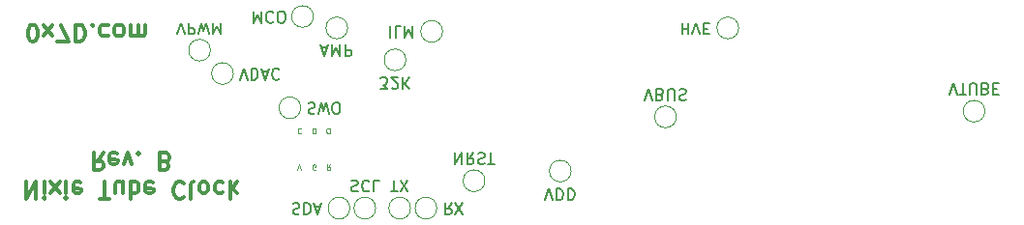
<source format=gbr>
G04 #@! TF.GenerationSoftware,KiCad,Pcbnew,(5.0.2)-1*
G04 #@! TF.CreationDate,2019-02-15T14:25:46-08:00*
G04 #@! TF.ProjectId,nixie_bottom_board,6e697869-655f-4626-9f74-746f6d5f626f,rev?*
G04 #@! TF.SameCoordinates,Original*
G04 #@! TF.FileFunction,Legend,Bot*
G04 #@! TF.FilePolarity,Positive*
%FSLAX46Y46*%
G04 Gerber Fmt 4.6, Leading zero omitted, Abs format (unit mm)*
G04 Created by KiCad (PCBNEW (5.0.2)-1) date 2/15/2019 2:25:46 PM*
%MOMM*%
%LPD*%
G01*
G04 APERTURE LIST*
%ADD10C,0.200000*%
%ADD11C,0.100000*%
%ADD12C,0.300000*%
%ADD13C,0.120000*%
G04 APERTURE END LIST*
D10*
X139238095Y-106947619D02*
X139809523Y-106947619D01*
X139523809Y-105947619D02*
X139523809Y-106947619D01*
X140047619Y-106947619D02*
X140714285Y-105947619D01*
X140714285Y-106947619D02*
X140047619Y-105947619D01*
X144539523Y-107947619D02*
X144206190Y-108423809D01*
X143968095Y-107947619D02*
X143968095Y-108947619D01*
X144349047Y-108947619D01*
X144444285Y-108900000D01*
X144491904Y-108852380D01*
X144539523Y-108757142D01*
X144539523Y-108614285D01*
X144491904Y-108519047D01*
X144444285Y-108471428D01*
X144349047Y-108423809D01*
X143968095Y-108423809D01*
X144872857Y-108947619D02*
X145539523Y-107947619D01*
X145539523Y-108947619D02*
X144872857Y-107947619D01*
X144857142Y-103547619D02*
X144857142Y-104547619D01*
X145428571Y-103547619D01*
X145428571Y-104547619D01*
X146476190Y-103547619D02*
X146142857Y-104023809D01*
X145904761Y-103547619D02*
X145904761Y-104547619D01*
X146285714Y-104547619D01*
X146380952Y-104500000D01*
X146428571Y-104452380D01*
X146476190Y-104357142D01*
X146476190Y-104214285D01*
X146428571Y-104119047D01*
X146380952Y-104071428D01*
X146285714Y-104023809D01*
X145904761Y-104023809D01*
X146857142Y-103595238D02*
X147000000Y-103547619D01*
X147238095Y-103547619D01*
X147333333Y-103595238D01*
X147380952Y-103642857D01*
X147428571Y-103738095D01*
X147428571Y-103833333D01*
X147380952Y-103928571D01*
X147333333Y-103976190D01*
X147238095Y-104023809D01*
X147047619Y-104071428D01*
X146952380Y-104119047D01*
X146904761Y-104166666D01*
X146857142Y-104261904D01*
X146857142Y-104357142D01*
X146904761Y-104452380D01*
X146952380Y-104500000D01*
X147047619Y-104547619D01*
X147285714Y-104547619D01*
X147428571Y-104500000D01*
X147714285Y-104547619D02*
X148285714Y-104547619D01*
X148000000Y-103547619D02*
X148000000Y-104547619D01*
D11*
X133727380Y-101873809D02*
X133822619Y-101873809D01*
X133870238Y-101850000D01*
X133917857Y-101802380D01*
X133941666Y-101707142D01*
X133941666Y-101540476D01*
X133917857Y-101445238D01*
X133870238Y-101397619D01*
X133822619Y-101373809D01*
X133727380Y-101373809D01*
X133679761Y-101397619D01*
X133632142Y-101445238D01*
X133608333Y-101540476D01*
X133608333Y-101707142D01*
X133632142Y-101802380D01*
X133679761Y-101850000D01*
X133727380Y-101873809D01*
X132369047Y-101373809D02*
X132369047Y-101873809D01*
X132488095Y-101873809D01*
X132559523Y-101850000D01*
X132607142Y-101802380D01*
X132630952Y-101754761D01*
X132654761Y-101659523D01*
X132654761Y-101588095D01*
X132630952Y-101492857D01*
X132607142Y-101445238D01*
X132559523Y-101397619D01*
X132488095Y-101373809D01*
X132369047Y-101373809D01*
X131384761Y-101421428D02*
X131360952Y-101397619D01*
X131289523Y-101373809D01*
X131241904Y-101373809D01*
X131170476Y-101397619D01*
X131122857Y-101445238D01*
X131099047Y-101492857D01*
X131075238Y-101588095D01*
X131075238Y-101659523D01*
X131099047Y-101754761D01*
X131122857Y-101802380D01*
X131170476Y-101850000D01*
X131241904Y-101873809D01*
X131289523Y-101873809D01*
X131360952Y-101850000D01*
X131384761Y-101826190D01*
X133924761Y-104573809D02*
X133758095Y-104811904D01*
X133639047Y-104573809D02*
X133639047Y-105073809D01*
X133829523Y-105073809D01*
X133877142Y-105050000D01*
X133900952Y-105026190D01*
X133924761Y-104978571D01*
X133924761Y-104907142D01*
X133900952Y-104859523D01*
X133877142Y-104835714D01*
X133829523Y-104811904D01*
X133639047Y-104811904D01*
X132630952Y-105050000D02*
X132583333Y-105073809D01*
X132511904Y-105073809D01*
X132440476Y-105050000D01*
X132392857Y-105002380D01*
X132369047Y-104954761D01*
X132345238Y-104859523D01*
X132345238Y-104788095D01*
X132369047Y-104692857D01*
X132392857Y-104645238D01*
X132440476Y-104597619D01*
X132511904Y-104573809D01*
X132559523Y-104573809D01*
X132630952Y-104597619D01*
X132654761Y-104621428D01*
X132654761Y-104788095D01*
X132559523Y-104788095D01*
X131063333Y-105073809D02*
X131230000Y-104573809D01*
X131396666Y-105073809D01*
D10*
X132020476Y-99195238D02*
X132163333Y-99147619D01*
X132401428Y-99147619D01*
X132496666Y-99195238D01*
X132544285Y-99242857D01*
X132591904Y-99338095D01*
X132591904Y-99433333D01*
X132544285Y-99528571D01*
X132496666Y-99576190D01*
X132401428Y-99623809D01*
X132210952Y-99671428D01*
X132115714Y-99719047D01*
X132068095Y-99766666D01*
X132020476Y-99861904D01*
X132020476Y-99957142D01*
X132068095Y-100052380D01*
X132115714Y-100100000D01*
X132210952Y-100147619D01*
X132449047Y-100147619D01*
X132591904Y-100100000D01*
X132925238Y-100147619D02*
X133163333Y-99147619D01*
X133353809Y-99861904D01*
X133544285Y-99147619D01*
X133782380Y-100147619D01*
X134353809Y-100147619D02*
X134544285Y-100147619D01*
X134639523Y-100100000D01*
X134734761Y-100004761D01*
X134782380Y-99814285D01*
X134782380Y-99480952D01*
X134734761Y-99290476D01*
X134639523Y-99195238D01*
X134544285Y-99147619D01*
X134353809Y-99147619D01*
X134258571Y-99195238D01*
X134163333Y-99290476D01*
X134115714Y-99480952D01*
X134115714Y-99814285D01*
X134163333Y-100004761D01*
X134258571Y-100100000D01*
X134353809Y-100147619D01*
D12*
X107837857Y-93821428D02*
X107980714Y-93821428D01*
X108123571Y-93750000D01*
X108195000Y-93678571D01*
X108266428Y-93535714D01*
X108337857Y-93250000D01*
X108337857Y-92892857D01*
X108266428Y-92607142D01*
X108195000Y-92464285D01*
X108123571Y-92392857D01*
X107980714Y-92321428D01*
X107837857Y-92321428D01*
X107695000Y-92392857D01*
X107623571Y-92464285D01*
X107552142Y-92607142D01*
X107480714Y-92892857D01*
X107480714Y-93250000D01*
X107552142Y-93535714D01*
X107623571Y-93678571D01*
X107695000Y-93750000D01*
X107837857Y-93821428D01*
X108837857Y-92321428D02*
X109623571Y-93321428D01*
X108837857Y-93321428D02*
X109623571Y-92321428D01*
X110052142Y-93821428D02*
X111052142Y-93821428D01*
X110409285Y-92321428D01*
X111623571Y-92321428D02*
X111623571Y-93821428D01*
X111980714Y-93821428D01*
X112195000Y-93750000D01*
X112337857Y-93607142D01*
X112409285Y-93464285D01*
X112480714Y-93178571D01*
X112480714Y-92964285D01*
X112409285Y-92678571D01*
X112337857Y-92535714D01*
X112195000Y-92392857D01*
X111980714Y-92321428D01*
X111623571Y-92321428D01*
X113123571Y-92464285D02*
X113195000Y-92392857D01*
X113123571Y-92321428D01*
X113052142Y-92392857D01*
X113123571Y-92464285D01*
X113123571Y-92321428D01*
X114480714Y-92392857D02*
X114337857Y-92321428D01*
X114052142Y-92321428D01*
X113909285Y-92392857D01*
X113837857Y-92464285D01*
X113766428Y-92607142D01*
X113766428Y-93035714D01*
X113837857Y-93178571D01*
X113909285Y-93250000D01*
X114052142Y-93321428D01*
X114337857Y-93321428D01*
X114480714Y-93250000D01*
X115337857Y-92321428D02*
X115195000Y-92392857D01*
X115123571Y-92464285D01*
X115052142Y-92607142D01*
X115052142Y-93035714D01*
X115123571Y-93178571D01*
X115195000Y-93250000D01*
X115337857Y-93321428D01*
X115552142Y-93321428D01*
X115695000Y-93250000D01*
X115766428Y-93178571D01*
X115837857Y-93035714D01*
X115837857Y-92607142D01*
X115766428Y-92464285D01*
X115695000Y-92392857D01*
X115552142Y-92321428D01*
X115337857Y-92321428D01*
X116480714Y-92321428D02*
X116480714Y-93321428D01*
X116480714Y-93178571D02*
X116552142Y-93250000D01*
X116695000Y-93321428D01*
X116909285Y-93321428D01*
X117052142Y-93250000D01*
X117123571Y-93107142D01*
X117123571Y-92321428D01*
X117123571Y-93107142D02*
X117195000Y-93250000D01*
X117337857Y-93321428D01*
X117552142Y-93321428D01*
X117695000Y-93250000D01*
X117766428Y-93107142D01*
X117766428Y-92321428D01*
D10*
X161466666Y-98947619D02*
X161800000Y-97947619D01*
X162133333Y-98947619D01*
X162800000Y-98471428D02*
X162942857Y-98423809D01*
X162990476Y-98376190D01*
X163038095Y-98280952D01*
X163038095Y-98138095D01*
X162990476Y-98042857D01*
X162942857Y-97995238D01*
X162847619Y-97947619D01*
X162466666Y-97947619D01*
X162466666Y-98947619D01*
X162800000Y-98947619D01*
X162895238Y-98900000D01*
X162942857Y-98852380D01*
X162990476Y-98757142D01*
X162990476Y-98661904D01*
X162942857Y-98566666D01*
X162895238Y-98519047D01*
X162800000Y-98471428D01*
X162466666Y-98471428D01*
X163466666Y-98947619D02*
X163466666Y-98138095D01*
X163514285Y-98042857D01*
X163561904Y-97995238D01*
X163657142Y-97947619D01*
X163847619Y-97947619D01*
X163942857Y-97995238D01*
X163990476Y-98042857D01*
X164038095Y-98138095D01*
X164038095Y-98947619D01*
X164466666Y-97995238D02*
X164609523Y-97947619D01*
X164847619Y-97947619D01*
X164942857Y-97995238D01*
X164990476Y-98042857D01*
X165038095Y-98138095D01*
X165038095Y-98233333D01*
X164990476Y-98328571D01*
X164942857Y-98376190D01*
X164847619Y-98423809D01*
X164657142Y-98471428D01*
X164561904Y-98519047D01*
X164514285Y-98566666D01*
X164466666Y-98661904D01*
X164466666Y-98757142D01*
X164514285Y-98852380D01*
X164561904Y-98900000D01*
X164657142Y-98947619D01*
X164895238Y-98947619D01*
X165038095Y-98900000D01*
D12*
X107321428Y-106096428D02*
X107321428Y-107596428D01*
X108178571Y-106096428D01*
X108178571Y-107596428D01*
X108892857Y-106096428D02*
X108892857Y-107096428D01*
X108892857Y-107596428D02*
X108821428Y-107525000D01*
X108892857Y-107453571D01*
X108964285Y-107525000D01*
X108892857Y-107596428D01*
X108892857Y-107453571D01*
X109464285Y-106096428D02*
X110250000Y-107096428D01*
X109464285Y-107096428D02*
X110250000Y-106096428D01*
X110821428Y-106096428D02*
X110821428Y-107096428D01*
X110821428Y-107596428D02*
X110750000Y-107525000D01*
X110821428Y-107453571D01*
X110892857Y-107525000D01*
X110821428Y-107596428D01*
X110821428Y-107453571D01*
X112107142Y-106167857D02*
X111964285Y-106096428D01*
X111678571Y-106096428D01*
X111535714Y-106167857D01*
X111464285Y-106310714D01*
X111464285Y-106882142D01*
X111535714Y-107025000D01*
X111678571Y-107096428D01*
X111964285Y-107096428D01*
X112107142Y-107025000D01*
X112178571Y-106882142D01*
X112178571Y-106739285D01*
X111464285Y-106596428D01*
X113750000Y-107596428D02*
X114607142Y-107596428D01*
X114178571Y-106096428D02*
X114178571Y-107596428D01*
X115750000Y-107096428D02*
X115750000Y-106096428D01*
X115107142Y-107096428D02*
X115107142Y-106310714D01*
X115178571Y-106167857D01*
X115321428Y-106096428D01*
X115535714Y-106096428D01*
X115678571Y-106167857D01*
X115750000Y-106239285D01*
X116464285Y-106096428D02*
X116464285Y-107596428D01*
X116464285Y-107025000D02*
X116607142Y-107096428D01*
X116892857Y-107096428D01*
X117035714Y-107025000D01*
X117107142Y-106953571D01*
X117178571Y-106810714D01*
X117178571Y-106382142D01*
X117107142Y-106239285D01*
X117035714Y-106167857D01*
X116892857Y-106096428D01*
X116607142Y-106096428D01*
X116464285Y-106167857D01*
X118392857Y-106167857D02*
X118249999Y-106096428D01*
X117964285Y-106096428D01*
X117821428Y-106167857D01*
X117749999Y-106310714D01*
X117749999Y-106882142D01*
X117821428Y-107025000D01*
X117964285Y-107096428D01*
X118249999Y-107096428D01*
X118392857Y-107025000D01*
X118464285Y-106882142D01*
X118464285Y-106739285D01*
X117749999Y-106596428D01*
X121107142Y-106239285D02*
X121035714Y-106167857D01*
X120821428Y-106096428D01*
X120678571Y-106096428D01*
X120464285Y-106167857D01*
X120321428Y-106310714D01*
X120249999Y-106453571D01*
X120178571Y-106739285D01*
X120178571Y-106953571D01*
X120249999Y-107239285D01*
X120321428Y-107382142D01*
X120464285Y-107525000D01*
X120678571Y-107596428D01*
X120821428Y-107596428D01*
X121035714Y-107525000D01*
X121107142Y-107453571D01*
X121964285Y-106096428D02*
X121821428Y-106167857D01*
X121749999Y-106310714D01*
X121749999Y-107596428D01*
X122749999Y-106096428D02*
X122607142Y-106167857D01*
X122535714Y-106239285D01*
X122464285Y-106382142D01*
X122464285Y-106810714D01*
X122535714Y-106953571D01*
X122607142Y-107025000D01*
X122749999Y-107096428D01*
X122964285Y-107096428D01*
X123107142Y-107025000D01*
X123178571Y-106953571D01*
X123249999Y-106810714D01*
X123249999Y-106382142D01*
X123178571Y-106239285D01*
X123107142Y-106167857D01*
X122964285Y-106096428D01*
X122749999Y-106096428D01*
X124535714Y-106167857D02*
X124392857Y-106096428D01*
X124107142Y-106096428D01*
X123964285Y-106167857D01*
X123892857Y-106239285D01*
X123821428Y-106382142D01*
X123821428Y-106810714D01*
X123892857Y-106953571D01*
X123964285Y-107025000D01*
X124107142Y-107096428D01*
X124392857Y-107096428D01*
X124535714Y-107025000D01*
X125178571Y-106096428D02*
X125178571Y-107596428D01*
X125321428Y-106667857D02*
X125749999Y-106096428D01*
X125749999Y-107096428D02*
X125178571Y-106525000D01*
X114071428Y-103546428D02*
X113571428Y-104260714D01*
X113214285Y-103546428D02*
X113214285Y-105046428D01*
X113785714Y-105046428D01*
X113928571Y-104975000D01*
X114000000Y-104903571D01*
X114071428Y-104760714D01*
X114071428Y-104546428D01*
X114000000Y-104403571D01*
X113928571Y-104332142D01*
X113785714Y-104260714D01*
X113214285Y-104260714D01*
X115285714Y-103617857D02*
X115142857Y-103546428D01*
X114857142Y-103546428D01*
X114714285Y-103617857D01*
X114642857Y-103760714D01*
X114642857Y-104332142D01*
X114714285Y-104475000D01*
X114857142Y-104546428D01*
X115142857Y-104546428D01*
X115285714Y-104475000D01*
X115357142Y-104332142D01*
X115357142Y-104189285D01*
X114642857Y-104046428D01*
X115857142Y-104546428D02*
X116214285Y-103546428D01*
X116571428Y-104546428D01*
X117142857Y-103689285D02*
X117214285Y-103617857D01*
X117142857Y-103546428D01*
X117071428Y-103617857D01*
X117142857Y-103689285D01*
X117142857Y-103546428D01*
X119500000Y-104332142D02*
X119714285Y-104260714D01*
X119785714Y-104189285D01*
X119857142Y-104046428D01*
X119857142Y-103832142D01*
X119785714Y-103689285D01*
X119714285Y-103617857D01*
X119571428Y-103546428D01*
X119000000Y-103546428D01*
X119000000Y-105046428D01*
X119500000Y-105046428D01*
X119642857Y-104975000D01*
X119714285Y-104903571D01*
X119785714Y-104760714D01*
X119785714Y-104617857D01*
X119714285Y-104475000D01*
X119642857Y-104403571D01*
X119500000Y-104332142D01*
X119000000Y-104332142D01*
D10*
X188109523Y-98447619D02*
X188442857Y-97447619D01*
X188776190Y-98447619D01*
X188966666Y-98447619D02*
X189538095Y-98447619D01*
X189252380Y-97447619D02*
X189252380Y-98447619D01*
X189871428Y-98447619D02*
X189871428Y-97638095D01*
X189919047Y-97542857D01*
X189966666Y-97495238D01*
X190061904Y-97447619D01*
X190252380Y-97447619D01*
X190347619Y-97495238D01*
X190395238Y-97542857D01*
X190442857Y-97638095D01*
X190442857Y-98447619D01*
X191252380Y-97971428D02*
X191395238Y-97923809D01*
X191442857Y-97876190D01*
X191490476Y-97780952D01*
X191490476Y-97638095D01*
X191442857Y-97542857D01*
X191395238Y-97495238D01*
X191300000Y-97447619D01*
X190919047Y-97447619D01*
X190919047Y-98447619D01*
X191252380Y-98447619D01*
X191347619Y-98400000D01*
X191395238Y-98352380D01*
X191442857Y-98257142D01*
X191442857Y-98161904D01*
X191395238Y-98066666D01*
X191347619Y-98019047D01*
X191252380Y-97971428D01*
X190919047Y-97971428D01*
X191919047Y-97971428D02*
X192252380Y-97971428D01*
X192395238Y-97447619D02*
X191919047Y-97447619D01*
X191919047Y-98447619D01*
X192395238Y-98447619D01*
X135759523Y-105995238D02*
X135902380Y-105947619D01*
X136140476Y-105947619D01*
X136235714Y-105995238D01*
X136283333Y-106042857D01*
X136330952Y-106138095D01*
X136330952Y-106233333D01*
X136283333Y-106328571D01*
X136235714Y-106376190D01*
X136140476Y-106423809D01*
X135950000Y-106471428D01*
X135854761Y-106519047D01*
X135807142Y-106566666D01*
X135759523Y-106661904D01*
X135759523Y-106757142D01*
X135807142Y-106852380D01*
X135854761Y-106900000D01*
X135950000Y-106947619D01*
X136188095Y-106947619D01*
X136330952Y-106900000D01*
X137330952Y-106042857D02*
X137283333Y-105995238D01*
X137140476Y-105947619D01*
X137045238Y-105947619D01*
X136902380Y-105995238D01*
X136807142Y-106090476D01*
X136759523Y-106185714D01*
X136711904Y-106376190D01*
X136711904Y-106519047D01*
X136759523Y-106709523D01*
X136807142Y-106804761D01*
X136902380Y-106900000D01*
X137045238Y-106947619D01*
X137140476Y-106947619D01*
X137283333Y-106900000D01*
X137330952Y-106852380D01*
X138235714Y-105947619D02*
X137759523Y-105947619D01*
X137759523Y-106947619D01*
X152716666Y-107697619D02*
X153050000Y-106697619D01*
X153383333Y-107697619D01*
X153716666Y-106697619D02*
X153716666Y-107697619D01*
X153954761Y-107697619D01*
X154097619Y-107650000D01*
X154192857Y-107554761D01*
X154240476Y-107459523D01*
X154288095Y-107269047D01*
X154288095Y-107126190D01*
X154240476Y-106935714D01*
X154192857Y-106840476D01*
X154097619Y-106745238D01*
X153954761Y-106697619D01*
X153716666Y-106697619D01*
X154716666Y-106697619D02*
X154716666Y-107697619D01*
X154954761Y-107697619D01*
X155097619Y-107650000D01*
X155192857Y-107554761D01*
X155240476Y-107459523D01*
X155288095Y-107269047D01*
X155288095Y-107126190D01*
X155240476Y-106935714D01*
X155192857Y-106840476D01*
X155097619Y-106745238D01*
X154954761Y-106697619D01*
X154716666Y-106697619D01*
X130650952Y-107995238D02*
X130793809Y-107947619D01*
X131031904Y-107947619D01*
X131127142Y-107995238D01*
X131174761Y-108042857D01*
X131222380Y-108138095D01*
X131222380Y-108233333D01*
X131174761Y-108328571D01*
X131127142Y-108376190D01*
X131031904Y-108423809D01*
X130841428Y-108471428D01*
X130746190Y-108519047D01*
X130698571Y-108566666D01*
X130650952Y-108661904D01*
X130650952Y-108757142D01*
X130698571Y-108852380D01*
X130746190Y-108900000D01*
X130841428Y-108947619D01*
X131079523Y-108947619D01*
X131222380Y-108900000D01*
X131650952Y-107947619D02*
X131650952Y-108947619D01*
X131889047Y-108947619D01*
X132031904Y-108900000D01*
X132127142Y-108804761D01*
X132174761Y-108709523D01*
X132222380Y-108519047D01*
X132222380Y-108376190D01*
X132174761Y-108185714D01*
X132127142Y-108090476D01*
X132031904Y-107995238D01*
X131889047Y-107947619D01*
X131650952Y-107947619D01*
X132603333Y-108233333D02*
X133079523Y-108233333D01*
X132508095Y-107947619D02*
X132841428Y-108947619D01*
X133174761Y-107947619D01*
X120523809Y-93147619D02*
X120857142Y-92147619D01*
X121190476Y-93147619D01*
X121523809Y-92147619D02*
X121523809Y-93147619D01*
X121904761Y-93147619D01*
X122000000Y-93100000D01*
X122047619Y-93052380D01*
X122095238Y-92957142D01*
X122095238Y-92814285D01*
X122047619Y-92719047D01*
X122000000Y-92671428D01*
X121904761Y-92623809D01*
X121523809Y-92623809D01*
X122428571Y-93147619D02*
X122666666Y-92147619D01*
X122857142Y-92861904D01*
X123047619Y-92147619D01*
X123285714Y-93147619D01*
X123666666Y-92147619D02*
X123666666Y-93147619D01*
X124000000Y-92433333D01*
X124333333Y-93147619D01*
X124333333Y-92147619D01*
X126025238Y-97147619D02*
X126358571Y-96147619D01*
X126691904Y-97147619D01*
X127025238Y-96147619D02*
X127025238Y-97147619D01*
X127263333Y-97147619D01*
X127406190Y-97100000D01*
X127501428Y-97004761D01*
X127549047Y-96909523D01*
X127596666Y-96719047D01*
X127596666Y-96576190D01*
X127549047Y-96385714D01*
X127501428Y-96290476D01*
X127406190Y-96195238D01*
X127263333Y-96147619D01*
X127025238Y-96147619D01*
X127977619Y-96433333D02*
X128453809Y-96433333D01*
X127882380Y-96147619D02*
X128215714Y-97147619D01*
X128549047Y-96147619D01*
X129453809Y-96242857D02*
X129406190Y-96195238D01*
X129263333Y-96147619D01*
X129168095Y-96147619D01*
X129025238Y-96195238D01*
X128930000Y-96290476D01*
X128882380Y-96385714D01*
X128834761Y-96576190D01*
X128834761Y-96719047D01*
X128882380Y-96909523D01*
X128930000Y-97004761D01*
X129025238Y-97100000D01*
X129168095Y-97147619D01*
X129263333Y-97147619D01*
X129406190Y-97100000D01*
X129453809Y-97052380D01*
X133190476Y-94333333D02*
X133666666Y-94333333D01*
X133095238Y-94047619D02*
X133428571Y-95047619D01*
X133761904Y-94047619D01*
X134095238Y-94047619D02*
X134095238Y-95047619D01*
X134428571Y-94333333D01*
X134761904Y-95047619D01*
X134761904Y-94047619D01*
X135238095Y-94047619D02*
X135238095Y-95047619D01*
X135619047Y-95047619D01*
X135714285Y-95000000D01*
X135761904Y-94952380D01*
X135809523Y-94857142D01*
X135809523Y-94714285D01*
X135761904Y-94619047D01*
X135714285Y-94571428D01*
X135619047Y-94523809D01*
X135238095Y-94523809D01*
X127217619Y-91147619D02*
X127217619Y-92147619D01*
X127550952Y-91433333D01*
X127884285Y-92147619D01*
X127884285Y-91147619D01*
X128931904Y-91242857D02*
X128884285Y-91195238D01*
X128741428Y-91147619D01*
X128646190Y-91147619D01*
X128503333Y-91195238D01*
X128408095Y-91290476D01*
X128360476Y-91385714D01*
X128312857Y-91576190D01*
X128312857Y-91719047D01*
X128360476Y-91909523D01*
X128408095Y-92004761D01*
X128503333Y-92100000D01*
X128646190Y-92147619D01*
X128741428Y-92147619D01*
X128884285Y-92100000D01*
X128931904Y-92052380D01*
X129550952Y-92147619D02*
X129741428Y-92147619D01*
X129836666Y-92100000D01*
X129931904Y-92004761D01*
X129979523Y-91814285D01*
X129979523Y-91480952D01*
X129931904Y-91290476D01*
X129836666Y-91195238D01*
X129741428Y-91147619D01*
X129550952Y-91147619D01*
X129455714Y-91195238D01*
X129360476Y-91290476D01*
X129312857Y-91480952D01*
X129312857Y-91814285D01*
X129360476Y-92004761D01*
X129455714Y-92100000D01*
X129550952Y-92147619D01*
X138290476Y-97947619D02*
X138909523Y-97947619D01*
X138576190Y-97566666D01*
X138719047Y-97566666D01*
X138814285Y-97519047D01*
X138861904Y-97471428D01*
X138909523Y-97376190D01*
X138909523Y-97138095D01*
X138861904Y-97042857D01*
X138814285Y-96995238D01*
X138719047Y-96947619D01*
X138433333Y-96947619D01*
X138338095Y-96995238D01*
X138290476Y-97042857D01*
X139290476Y-97852380D02*
X139338095Y-97900000D01*
X139433333Y-97947619D01*
X139671428Y-97947619D01*
X139766666Y-97900000D01*
X139814285Y-97852380D01*
X139861904Y-97757142D01*
X139861904Y-97661904D01*
X139814285Y-97519047D01*
X139242857Y-96947619D01*
X139861904Y-96947619D01*
X140290476Y-96947619D02*
X140290476Y-97947619D01*
X140861904Y-96947619D02*
X140433333Y-97519047D01*
X140861904Y-97947619D02*
X140290476Y-97376190D01*
X139179523Y-92447619D02*
X139179523Y-93447619D01*
X140131904Y-92447619D02*
X139655714Y-92447619D01*
X139655714Y-93447619D01*
X140465238Y-92447619D02*
X140465238Y-93447619D01*
X140798571Y-92733333D01*
X141131904Y-93447619D01*
X141131904Y-92447619D01*
X164698571Y-92147619D02*
X164698571Y-93147619D01*
X164698571Y-92671428D02*
X165270000Y-92671428D01*
X165270000Y-92147619D02*
X165270000Y-93147619D01*
X165603333Y-93147619D02*
X165936666Y-92147619D01*
X166270000Y-93147619D01*
X166603333Y-92671428D02*
X166936666Y-92671428D01*
X167079523Y-92147619D02*
X166603333Y-92147619D01*
X166603333Y-93147619D01*
X167079523Y-93147619D01*
D13*
G04 #@! TO.C,J13*
X125450000Y-96600000D02*
G75*
G03X125450000Y-96600000I-950000J0D01*
G01*
G04 #@! TO.C,J19*
X140950000Y-108400000D02*
G75*
G03X140950000Y-108400000I-950000J0D01*
G01*
G04 #@! TO.C,J18*
X147450000Y-106000000D02*
G75*
G03X147450000Y-106000000I-950000J0D01*
G01*
G04 #@! TO.C,J17*
X131350000Y-99600000D02*
G75*
G03X131350000Y-99600000I-950000J0D01*
G01*
G04 #@! TO.C,J16*
X164200000Y-100400000D02*
G75*
G03X164200000Y-100400000I-950000J0D01*
G01*
G04 #@! TO.C,J15*
X123450000Y-94550000D02*
G75*
G03X123450000Y-94550000I-950000J0D01*
G01*
G04 #@! TO.C,J14*
X155000000Y-105150000D02*
G75*
G03X155000000Y-105150000I-950000J0D01*
G01*
G04 #@! TO.C,J11*
X137900000Y-108400000D02*
G75*
G03X137900000Y-108400000I-950000J0D01*
G01*
G04 #@! TO.C,J9*
X135450000Y-92600000D02*
G75*
G03X135450000Y-92600000I-950000J0D01*
G01*
G04 #@! TO.C,J8*
X191200000Y-99900000D02*
G75*
G03X191200000Y-99900000I-950000J0D01*
G01*
G04 #@! TO.C,J7*
X169650000Y-92600000D02*
G75*
G03X169650000Y-92600000I-950000J0D01*
G01*
G04 #@! TO.C,J6*
X143750000Y-92900000D02*
G75*
G03X143750000Y-92900000I-950000J0D01*
G01*
G04 #@! TO.C,J5*
X132450000Y-91600000D02*
G75*
G03X132450000Y-91600000I-950000J0D01*
G01*
G04 #@! TO.C,J12*
X135650000Y-108400000D02*
G75*
G03X135650000Y-108400000I-950000J0D01*
G01*
G04 #@! TO.C,J20*
X143250000Y-108400000D02*
G75*
G03X143250000Y-108400000I-950000J0D01*
G01*
G04 #@! TO.C,J10*
X140550000Y-95400000D02*
G75*
G03X140550000Y-95400000I-950000J0D01*
G01*
G04 #@! TD*
M02*

</source>
